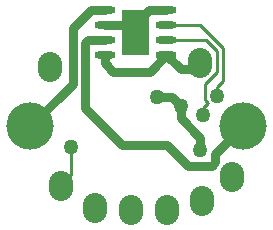
<source format=gbl>
G04 Layer_Physical_Order=2*
G04 Layer_Color=16711680*
%FSLAX25Y25*%
%MOIN*%
G70*
G01*
G75*
%ADD10O,0.07087X0.02362*%
%ADD14C,0.03000*%
%ADD15C,0.01000*%
%ADD16O,0.08000X0.10000*%
%ADD17C,0.15748*%
%ADD18C,0.06000*%
%ADD19C,0.05000*%
G36*
X51500Y86000D02*
Y71000D01*
X42500D01*
Y86000D01*
X50500D01*
X51000Y86500D01*
X51500Y86000D01*
D02*
G37*
D10*
X57236D02*
D03*
Y81000D02*
D03*
Y76000D02*
D03*
Y71000D02*
D03*
X36764Y86000D02*
D03*
Y81000D02*
D03*
Y76000D02*
D03*
Y71000D02*
D03*
D14*
X51500Y86000D02*
X57236D01*
X47000Y81500D02*
X51500Y86000D01*
X36764Y81000D02*
X46500D01*
X47000Y81500D01*
X31000Y76000D02*
X36764D01*
Y68236D02*
Y71000D01*
Y68236D02*
X39500Y65500D01*
X51736D01*
X57236Y71000D01*
X62000Y66236D01*
X66236D01*
X68500Y68500D01*
X32000Y86000D02*
X36764D01*
X73500Y38067D02*
X82677Y47244D01*
X73500Y35192D02*
Y38067D01*
X57500Y41000D02*
X64500Y34000D01*
X72308D01*
X73500Y35192D01*
X42500Y41000D02*
X57500D01*
X30000Y53500D02*
X42500Y41000D01*
X30000Y53500D02*
Y75000D01*
X31000Y76000D01*
X11811Y47244D02*
X26000Y61433D01*
Y80000D01*
X32000Y86000D01*
X54000Y57000D02*
X59000D01*
X62000Y50000D02*
Y54000D01*
X68500Y39343D02*
Y43500D01*
X62000Y50000D02*
Y54000D01*
X59000Y57000D02*
X62000Y54000D01*
Y50000D02*
X68500Y43500D01*
D15*
X57236Y76000D02*
X70500D01*
X74000Y72500D01*
X76000Y62236D02*
Y73328D01*
X57236Y81000D02*
X68328D01*
X76000Y73328D01*
X74000Y65222D02*
Y72500D01*
X25500Y31000D02*
Y40500D01*
X22000Y27500D02*
X25500Y31000D01*
X70000Y61222D02*
X74000Y65222D01*
X70000Y55843D02*
X71000Y54843D01*
X70000Y55843D02*
Y61222D01*
X69500Y51000D02*
Y53343D01*
X71000Y54843D01*
X74000Y60236D02*
X76000Y62236D01*
X74000Y57500D02*
Y60236D01*
D16*
X33500Y20000D02*
D03*
X69000Y22500D02*
D03*
X45500Y19500D02*
D03*
X57500D02*
D03*
X68500Y68500D02*
D03*
X79000Y30500D02*
D03*
X22000Y27500D02*
D03*
X18500Y67000D02*
D03*
D17*
X82677Y47244D02*
D03*
X11811D02*
D03*
D18*
X47000Y81500D02*
D03*
Y74500D02*
D03*
D19*
X68500Y39343D02*
D03*
X25500Y40500D02*
D03*
X74000Y57500D02*
D03*
X54000Y57000D02*
D03*
X62000Y54000D02*
D03*
X69500Y51000D02*
D03*
M02*

</source>
